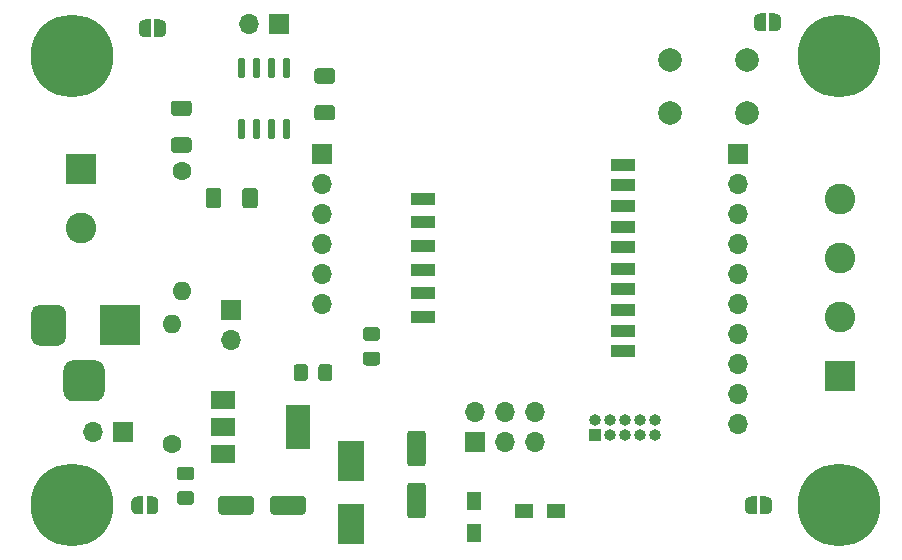
<source format=gts>
G04 #@! TF.GenerationSoftware,KiCad,Pcbnew,5.1.10-88a1d61d58~88~ubuntu20.10.1*
G04 #@! TF.CreationDate,2021-05-21T17:46:03+03:00*
G04 #@! TF.ProjectId,Devboard,44657662-6f61-4726-942e-6b696361645f,rev?*
G04 #@! TF.SameCoordinates,Original*
G04 #@! TF.FileFunction,Soldermask,Top*
G04 #@! TF.FilePolarity,Negative*
%FSLAX46Y46*%
G04 Gerber Fmt 4.6, Leading zero omitted, Abs format (unit mm)*
G04 Created by KiCad (PCBNEW 5.1.10-88a1d61d58~88~ubuntu20.10.1) date 2021-05-21 17:46:03*
%MOMM*%
%LPD*%
G01*
G04 APERTURE LIST*
%ADD10C,2.600000*%
%ADD11R,2.600000X2.600000*%
%ADD12C,0.100000*%
%ADD13O,1.700000X1.700000*%
%ADD14R,1.700000X1.700000*%
%ADD15O,1.600000X1.600000*%
%ADD16C,1.600000*%
%ADD17R,2.300000X3.500000*%
%ADD18R,3.500000X3.500000*%
%ADD19R,2.000000X1.500000*%
%ADD20R,2.000000X3.800000*%
%ADD21C,7.000000*%
%ADD22C,3.900000*%
%ADD23R,1.500000X1.300000*%
%ADD24R,1.300000X1.500000*%
%ADD25C,2.000000*%
%ADD26R,1.000000X1.000000*%
%ADD27O,1.000000X1.000000*%
%ADD28R,2.000000X1.000000*%
G04 APERTURE END LIST*
D10*
X188976000Y-106412000D03*
X188976000Y-111412000D03*
X188976000Y-116412000D03*
D11*
X188976000Y-121412000D03*
D12*
G36*
X182768000Y-131584602D02*
G01*
X182792534Y-131584602D01*
X182841365Y-131589412D01*
X182889490Y-131598984D01*
X182936445Y-131613228D01*
X182981778Y-131632005D01*
X183025051Y-131655136D01*
X183065850Y-131682396D01*
X183103779Y-131713524D01*
X183138476Y-131748221D01*
X183169604Y-131786150D01*
X183196864Y-131826949D01*
X183219995Y-131870222D01*
X183238772Y-131915555D01*
X183253016Y-131962510D01*
X183262588Y-132010635D01*
X183267398Y-132059466D01*
X183267398Y-132084000D01*
X183268000Y-132084000D01*
X183268000Y-132584000D01*
X183267398Y-132584000D01*
X183267398Y-132608534D01*
X183262588Y-132657365D01*
X183253016Y-132705490D01*
X183238772Y-132752445D01*
X183219995Y-132797778D01*
X183196864Y-132841051D01*
X183169604Y-132881850D01*
X183138476Y-132919779D01*
X183103779Y-132954476D01*
X183065850Y-132985604D01*
X183025051Y-133012864D01*
X182981778Y-133035995D01*
X182936445Y-133054772D01*
X182889490Y-133069016D01*
X182841365Y-133078588D01*
X182792534Y-133083398D01*
X182768000Y-133083398D01*
X182768000Y-133084000D01*
X182268000Y-133084000D01*
X182268000Y-131584000D01*
X182768000Y-131584000D01*
X182768000Y-131584602D01*
G37*
G36*
X181968000Y-133084000D02*
G01*
X181468000Y-133084000D01*
X181468000Y-133083398D01*
X181443466Y-133083398D01*
X181394635Y-133078588D01*
X181346510Y-133069016D01*
X181299555Y-133054772D01*
X181254222Y-133035995D01*
X181210949Y-133012864D01*
X181170150Y-132985604D01*
X181132221Y-132954476D01*
X181097524Y-132919779D01*
X181066396Y-132881850D01*
X181039136Y-132841051D01*
X181016005Y-132797778D01*
X180997228Y-132752445D01*
X180982984Y-132705490D01*
X180973412Y-132657365D01*
X180968602Y-132608534D01*
X180968602Y-132584000D01*
X180968000Y-132584000D01*
X180968000Y-132084000D01*
X180968602Y-132084000D01*
X180968602Y-132059466D01*
X180973412Y-132010635D01*
X180982984Y-131962510D01*
X180997228Y-131915555D01*
X181016005Y-131870222D01*
X181039136Y-131826949D01*
X181066396Y-131786150D01*
X181097524Y-131748221D01*
X181132221Y-131713524D01*
X181170150Y-131682396D01*
X181210949Y-131655136D01*
X181254222Y-131632005D01*
X181299555Y-131613228D01*
X181346510Y-131598984D01*
X181394635Y-131589412D01*
X181443466Y-131584602D01*
X181468000Y-131584602D01*
X181468000Y-131584000D01*
X181968000Y-131584000D01*
X181968000Y-133084000D01*
G37*
G36*
X129510000Y-133083398D02*
G01*
X129485466Y-133083398D01*
X129436635Y-133078588D01*
X129388510Y-133069016D01*
X129341555Y-133054772D01*
X129296222Y-133035995D01*
X129252949Y-133012864D01*
X129212150Y-132985604D01*
X129174221Y-132954476D01*
X129139524Y-132919779D01*
X129108396Y-132881850D01*
X129081136Y-132841051D01*
X129058005Y-132797778D01*
X129039228Y-132752445D01*
X129024984Y-132705490D01*
X129015412Y-132657365D01*
X129010602Y-132608534D01*
X129010602Y-132584000D01*
X129010000Y-132584000D01*
X129010000Y-132084000D01*
X129010602Y-132084000D01*
X129010602Y-132059466D01*
X129015412Y-132010635D01*
X129024984Y-131962510D01*
X129039228Y-131915555D01*
X129058005Y-131870222D01*
X129081136Y-131826949D01*
X129108396Y-131786150D01*
X129139524Y-131748221D01*
X129174221Y-131713524D01*
X129212150Y-131682396D01*
X129252949Y-131655136D01*
X129296222Y-131632005D01*
X129341555Y-131613228D01*
X129388510Y-131598984D01*
X129436635Y-131589412D01*
X129485466Y-131584602D01*
X129510000Y-131584602D01*
X129510000Y-131584000D01*
X130010000Y-131584000D01*
X130010000Y-133084000D01*
X129510000Y-133084000D01*
X129510000Y-133083398D01*
G37*
G36*
X130310000Y-131584000D02*
G01*
X130810000Y-131584000D01*
X130810000Y-131584602D01*
X130834534Y-131584602D01*
X130883365Y-131589412D01*
X130931490Y-131598984D01*
X130978445Y-131613228D01*
X131023778Y-131632005D01*
X131067051Y-131655136D01*
X131107850Y-131682396D01*
X131145779Y-131713524D01*
X131180476Y-131748221D01*
X131211604Y-131786150D01*
X131238864Y-131826949D01*
X131261995Y-131870222D01*
X131280772Y-131915555D01*
X131295016Y-131962510D01*
X131304588Y-132010635D01*
X131309398Y-132059466D01*
X131309398Y-132084000D01*
X131310000Y-132084000D01*
X131310000Y-132584000D01*
X131309398Y-132584000D01*
X131309398Y-132608534D01*
X131304588Y-132657365D01*
X131295016Y-132705490D01*
X131280772Y-132752445D01*
X131261995Y-132797778D01*
X131238864Y-132841051D01*
X131211604Y-132881850D01*
X131180476Y-132919779D01*
X131145779Y-132954476D01*
X131107850Y-132985604D01*
X131067051Y-133012864D01*
X131023778Y-133035995D01*
X130978445Y-133054772D01*
X130931490Y-133069016D01*
X130883365Y-133078588D01*
X130834534Y-133083398D01*
X130810000Y-133083398D01*
X130810000Y-133084000D01*
X130310000Y-133084000D01*
X130310000Y-131584000D01*
G37*
G36*
X183530000Y-90690602D02*
G01*
X183554534Y-90690602D01*
X183603365Y-90695412D01*
X183651490Y-90704984D01*
X183698445Y-90719228D01*
X183743778Y-90738005D01*
X183787051Y-90761136D01*
X183827850Y-90788396D01*
X183865779Y-90819524D01*
X183900476Y-90854221D01*
X183931604Y-90892150D01*
X183958864Y-90932949D01*
X183981995Y-90976222D01*
X184000772Y-91021555D01*
X184015016Y-91068510D01*
X184024588Y-91116635D01*
X184029398Y-91165466D01*
X184029398Y-91190000D01*
X184030000Y-91190000D01*
X184030000Y-91690000D01*
X184029398Y-91690000D01*
X184029398Y-91714534D01*
X184024588Y-91763365D01*
X184015016Y-91811490D01*
X184000772Y-91858445D01*
X183981995Y-91903778D01*
X183958864Y-91947051D01*
X183931604Y-91987850D01*
X183900476Y-92025779D01*
X183865779Y-92060476D01*
X183827850Y-92091604D01*
X183787051Y-92118864D01*
X183743778Y-92141995D01*
X183698445Y-92160772D01*
X183651490Y-92175016D01*
X183603365Y-92184588D01*
X183554534Y-92189398D01*
X183530000Y-92189398D01*
X183530000Y-92190000D01*
X183030000Y-92190000D01*
X183030000Y-90690000D01*
X183530000Y-90690000D01*
X183530000Y-90690602D01*
G37*
G36*
X182730000Y-92190000D02*
G01*
X182230000Y-92190000D01*
X182230000Y-92189398D01*
X182205466Y-92189398D01*
X182156635Y-92184588D01*
X182108510Y-92175016D01*
X182061555Y-92160772D01*
X182016222Y-92141995D01*
X181972949Y-92118864D01*
X181932150Y-92091604D01*
X181894221Y-92060476D01*
X181859524Y-92025779D01*
X181828396Y-91987850D01*
X181801136Y-91947051D01*
X181778005Y-91903778D01*
X181759228Y-91858445D01*
X181744984Y-91811490D01*
X181735412Y-91763365D01*
X181730602Y-91714534D01*
X181730602Y-91690000D01*
X181730000Y-91690000D01*
X181730000Y-91190000D01*
X181730602Y-91190000D01*
X181730602Y-91165466D01*
X181735412Y-91116635D01*
X181744984Y-91068510D01*
X181759228Y-91021555D01*
X181778005Y-90976222D01*
X181801136Y-90932949D01*
X181828396Y-90892150D01*
X181859524Y-90854221D01*
X181894221Y-90819524D01*
X181932150Y-90788396D01*
X181972949Y-90761136D01*
X182016222Y-90738005D01*
X182061555Y-90719228D01*
X182108510Y-90704984D01*
X182156635Y-90695412D01*
X182205466Y-90690602D01*
X182230000Y-90690602D01*
X182230000Y-90690000D01*
X182730000Y-90690000D01*
X182730000Y-92190000D01*
G37*
G36*
X130160000Y-92697398D02*
G01*
X130135466Y-92697398D01*
X130086635Y-92692588D01*
X130038510Y-92683016D01*
X129991555Y-92668772D01*
X129946222Y-92649995D01*
X129902949Y-92626864D01*
X129862150Y-92599604D01*
X129824221Y-92568476D01*
X129789524Y-92533779D01*
X129758396Y-92495850D01*
X129731136Y-92455051D01*
X129708005Y-92411778D01*
X129689228Y-92366445D01*
X129674984Y-92319490D01*
X129665412Y-92271365D01*
X129660602Y-92222534D01*
X129660602Y-92198000D01*
X129660000Y-92198000D01*
X129660000Y-91698000D01*
X129660602Y-91698000D01*
X129660602Y-91673466D01*
X129665412Y-91624635D01*
X129674984Y-91576510D01*
X129689228Y-91529555D01*
X129708005Y-91484222D01*
X129731136Y-91440949D01*
X129758396Y-91400150D01*
X129789524Y-91362221D01*
X129824221Y-91327524D01*
X129862150Y-91296396D01*
X129902949Y-91269136D01*
X129946222Y-91246005D01*
X129991555Y-91227228D01*
X130038510Y-91212984D01*
X130086635Y-91203412D01*
X130135466Y-91198602D01*
X130160000Y-91198602D01*
X130160000Y-91198000D01*
X130660000Y-91198000D01*
X130660000Y-92698000D01*
X130160000Y-92698000D01*
X130160000Y-92697398D01*
G37*
G36*
X130960000Y-91198000D02*
G01*
X131460000Y-91198000D01*
X131460000Y-91198602D01*
X131484534Y-91198602D01*
X131533365Y-91203412D01*
X131581490Y-91212984D01*
X131628445Y-91227228D01*
X131673778Y-91246005D01*
X131717051Y-91269136D01*
X131757850Y-91296396D01*
X131795779Y-91327524D01*
X131830476Y-91362221D01*
X131861604Y-91400150D01*
X131888864Y-91440949D01*
X131911995Y-91484222D01*
X131930772Y-91529555D01*
X131945016Y-91576510D01*
X131954588Y-91624635D01*
X131959398Y-91673466D01*
X131959398Y-91698000D01*
X131960000Y-91698000D01*
X131960000Y-92198000D01*
X131959398Y-92198000D01*
X131959398Y-92222534D01*
X131954588Y-92271365D01*
X131945016Y-92319490D01*
X131930772Y-92366445D01*
X131911995Y-92411778D01*
X131888864Y-92455051D01*
X131861604Y-92495850D01*
X131830476Y-92533779D01*
X131795779Y-92568476D01*
X131757850Y-92599604D01*
X131717051Y-92626864D01*
X131673778Y-92649995D01*
X131628445Y-92668772D01*
X131581490Y-92683016D01*
X131533365Y-92692588D01*
X131484534Y-92697398D01*
X131460000Y-92697398D01*
X131460000Y-92698000D01*
X130960000Y-92698000D01*
X130960000Y-91198000D01*
G37*
D13*
X138988800Y-91541600D03*
D14*
X141528800Y-91541600D03*
G36*
G01*
X132623400Y-101179200D02*
X133873400Y-101179200D01*
G75*
G02*
X134123400Y-101429200I0J-250000D01*
G01*
X134123400Y-102229200D01*
G75*
G02*
X133873400Y-102479200I-250000J0D01*
G01*
X132623400Y-102479200D01*
G75*
G02*
X132373400Y-102229200I0J250000D01*
G01*
X132373400Y-101429200D01*
G75*
G02*
X132623400Y-101179200I250000J0D01*
G01*
G37*
G36*
G01*
X132623400Y-98079200D02*
X133873400Y-98079200D01*
G75*
G02*
X134123400Y-98329200I0J-250000D01*
G01*
X134123400Y-99129200D01*
G75*
G02*
X133873400Y-99379200I-250000J0D01*
G01*
X132623400Y-99379200D01*
G75*
G02*
X132373400Y-99129200I0J250000D01*
G01*
X132373400Y-98329200D01*
G75*
G02*
X132623400Y-98079200I250000J0D01*
G01*
G37*
D13*
X125730000Y-126111000D03*
D14*
X128270000Y-126111000D03*
G36*
G01*
X138503800Y-96191600D02*
X138203800Y-96191600D01*
G75*
G02*
X138053800Y-96041600I0J150000D01*
G01*
X138053800Y-94591600D01*
G75*
G02*
X138203800Y-94441600I150000J0D01*
G01*
X138503800Y-94441600D01*
G75*
G02*
X138653800Y-94591600I0J-150000D01*
G01*
X138653800Y-96041600D01*
G75*
G02*
X138503800Y-96191600I-150000J0D01*
G01*
G37*
G36*
G01*
X139773800Y-96191600D02*
X139473800Y-96191600D01*
G75*
G02*
X139323800Y-96041600I0J150000D01*
G01*
X139323800Y-94591600D01*
G75*
G02*
X139473800Y-94441600I150000J0D01*
G01*
X139773800Y-94441600D01*
G75*
G02*
X139923800Y-94591600I0J-150000D01*
G01*
X139923800Y-96041600D01*
G75*
G02*
X139773800Y-96191600I-150000J0D01*
G01*
G37*
G36*
G01*
X141043800Y-96191600D02*
X140743800Y-96191600D01*
G75*
G02*
X140593800Y-96041600I0J150000D01*
G01*
X140593800Y-94591600D01*
G75*
G02*
X140743800Y-94441600I150000J0D01*
G01*
X141043800Y-94441600D01*
G75*
G02*
X141193800Y-94591600I0J-150000D01*
G01*
X141193800Y-96041600D01*
G75*
G02*
X141043800Y-96191600I-150000J0D01*
G01*
G37*
G36*
G01*
X142313800Y-96191600D02*
X142013800Y-96191600D01*
G75*
G02*
X141863800Y-96041600I0J150000D01*
G01*
X141863800Y-94591600D01*
G75*
G02*
X142013800Y-94441600I150000J0D01*
G01*
X142313800Y-94441600D01*
G75*
G02*
X142463800Y-94591600I0J-150000D01*
G01*
X142463800Y-96041600D01*
G75*
G02*
X142313800Y-96191600I-150000J0D01*
G01*
G37*
G36*
G01*
X142313800Y-101341600D02*
X142013800Y-101341600D01*
G75*
G02*
X141863800Y-101191600I0J150000D01*
G01*
X141863800Y-99741600D01*
G75*
G02*
X142013800Y-99591600I150000J0D01*
G01*
X142313800Y-99591600D01*
G75*
G02*
X142463800Y-99741600I0J-150000D01*
G01*
X142463800Y-101191600D01*
G75*
G02*
X142313800Y-101341600I-150000J0D01*
G01*
G37*
G36*
G01*
X141043800Y-101341600D02*
X140743800Y-101341600D01*
G75*
G02*
X140593800Y-101191600I0J150000D01*
G01*
X140593800Y-99741600D01*
G75*
G02*
X140743800Y-99591600I150000J0D01*
G01*
X141043800Y-99591600D01*
G75*
G02*
X141193800Y-99741600I0J-150000D01*
G01*
X141193800Y-101191600D01*
G75*
G02*
X141043800Y-101341600I-150000J0D01*
G01*
G37*
G36*
G01*
X139773800Y-101341600D02*
X139473800Y-101341600D01*
G75*
G02*
X139323800Y-101191600I0J150000D01*
G01*
X139323800Y-99741600D01*
G75*
G02*
X139473800Y-99591600I150000J0D01*
G01*
X139773800Y-99591600D01*
G75*
G02*
X139923800Y-99741600I0J-150000D01*
G01*
X139923800Y-101191600D01*
G75*
G02*
X139773800Y-101341600I-150000J0D01*
G01*
G37*
G36*
G01*
X138503800Y-101341600D02*
X138203800Y-101341600D01*
G75*
G02*
X138053800Y-101191600I0J150000D01*
G01*
X138053800Y-99741600D01*
G75*
G02*
X138203800Y-99591600I150000J0D01*
G01*
X138503800Y-99591600D01*
G75*
G02*
X138653800Y-99741600I0J-150000D01*
G01*
X138653800Y-101191600D01*
G75*
G02*
X138503800Y-101341600I-150000J0D01*
G01*
G37*
G36*
G01*
X146014600Y-96636000D02*
X144764600Y-96636000D01*
G75*
G02*
X144514600Y-96386000I0J250000D01*
G01*
X144514600Y-95586000D01*
G75*
G02*
X144764600Y-95336000I250000J0D01*
G01*
X146014600Y-95336000D01*
G75*
G02*
X146264600Y-95586000I0J-250000D01*
G01*
X146264600Y-96386000D01*
G75*
G02*
X146014600Y-96636000I-250000J0D01*
G01*
G37*
G36*
G01*
X146014600Y-99736000D02*
X144764600Y-99736000D01*
G75*
G02*
X144514600Y-99486000I0J250000D01*
G01*
X144514600Y-98686000D01*
G75*
G02*
X144764600Y-98436000I250000J0D01*
G01*
X146014600Y-98436000D01*
G75*
G02*
X146264600Y-98686000I0J-250000D01*
G01*
X146264600Y-99486000D01*
G75*
G02*
X146014600Y-99736000I-250000J0D01*
G01*
G37*
G36*
G01*
X138415600Y-106949400D02*
X138415600Y-105699400D01*
G75*
G02*
X138665600Y-105449400I250000J0D01*
G01*
X139465600Y-105449400D01*
G75*
G02*
X139715600Y-105699400I0J-250000D01*
G01*
X139715600Y-106949400D01*
G75*
G02*
X139465600Y-107199400I-250000J0D01*
G01*
X138665600Y-107199400D01*
G75*
G02*
X138415600Y-106949400I0J250000D01*
G01*
G37*
G36*
G01*
X135315600Y-106949400D02*
X135315600Y-105699400D01*
G75*
G02*
X135565600Y-105449400I250000J0D01*
G01*
X136365600Y-105449400D01*
G75*
G02*
X136615600Y-105699400I0J-250000D01*
G01*
X136615600Y-106949400D01*
G75*
G02*
X136365600Y-107199400I-250000J0D01*
G01*
X135565600Y-107199400D01*
G75*
G02*
X135315600Y-106949400I0J250000D01*
G01*
G37*
D15*
X133299200Y-114147600D03*
D16*
X133299200Y-103987600D03*
D17*
X147637500Y-133954500D03*
X147637500Y-128554500D03*
D15*
X132461000Y-116967000D03*
D16*
X132461000Y-127127000D03*
G36*
G01*
X140781000Y-132884000D02*
X140781000Y-131784000D01*
G75*
G02*
X141031000Y-131534000I250000J0D01*
G01*
X143531000Y-131534000D01*
G75*
G02*
X143781000Y-131784000I0J-250000D01*
G01*
X143781000Y-132884000D01*
G75*
G02*
X143531000Y-133134000I-250000J0D01*
G01*
X141031000Y-133134000D01*
G75*
G02*
X140781000Y-132884000I0J250000D01*
G01*
G37*
G36*
G01*
X136381000Y-132884000D02*
X136381000Y-131784000D01*
G75*
G02*
X136631000Y-131534000I250000J0D01*
G01*
X139131000Y-131534000D01*
G75*
G02*
X139381000Y-131784000I0J-250000D01*
G01*
X139381000Y-132884000D01*
G75*
G02*
X139131000Y-133134000I-250000J0D01*
G01*
X136631000Y-133134000D01*
G75*
G02*
X136381000Y-132884000I0J250000D01*
G01*
G37*
G36*
G01*
X123266000Y-122669000D02*
X123266000Y-120919000D01*
G75*
G02*
X124141000Y-120044000I875000J0D01*
G01*
X125891000Y-120044000D01*
G75*
G02*
X126766000Y-120919000I0J-875000D01*
G01*
X126766000Y-122669000D01*
G75*
G02*
X125891000Y-123544000I-875000J0D01*
G01*
X124141000Y-123544000D01*
G75*
G02*
X123266000Y-122669000I0J875000D01*
G01*
G37*
G36*
G01*
X120516000Y-118094000D02*
X120516000Y-116094000D01*
G75*
G02*
X121266000Y-115344000I750000J0D01*
G01*
X122766000Y-115344000D01*
G75*
G02*
X123516000Y-116094000I0J-750000D01*
G01*
X123516000Y-118094000D01*
G75*
G02*
X122766000Y-118844000I-750000J0D01*
G01*
X121266000Y-118844000D01*
G75*
G02*
X120516000Y-118094000I0J750000D01*
G01*
G37*
D18*
X128016000Y-117094000D03*
D10*
X124714000Y-108886000D03*
D11*
X124714000Y-103886000D03*
D19*
X136804000Y-123430000D03*
X136804000Y-128030000D03*
X136804000Y-125730000D03*
D20*
X143104000Y-125730000D03*
G36*
G01*
X144849000Y-121569500D02*
X144849000Y-120619500D01*
G75*
G02*
X145099000Y-120369500I250000J0D01*
G01*
X145774000Y-120369500D01*
G75*
G02*
X146024000Y-120619500I0J-250000D01*
G01*
X146024000Y-121569500D01*
G75*
G02*
X145774000Y-121819500I-250000J0D01*
G01*
X145099000Y-121819500D01*
G75*
G02*
X144849000Y-121569500I0J250000D01*
G01*
G37*
G36*
G01*
X142774000Y-121569500D02*
X142774000Y-120619500D01*
G75*
G02*
X143024000Y-120369500I250000J0D01*
G01*
X143699000Y-120369500D01*
G75*
G02*
X143949000Y-120619500I0J-250000D01*
G01*
X143949000Y-121569500D01*
G75*
G02*
X143699000Y-121819500I-250000J0D01*
G01*
X143024000Y-121819500D01*
G75*
G02*
X142774000Y-121569500I0J250000D01*
G01*
G37*
G36*
G01*
X133129000Y-131133000D02*
X134079000Y-131133000D01*
G75*
G02*
X134329000Y-131383000I0J-250000D01*
G01*
X134329000Y-132058000D01*
G75*
G02*
X134079000Y-132308000I-250000J0D01*
G01*
X133129000Y-132308000D01*
G75*
G02*
X132879000Y-132058000I0J250000D01*
G01*
X132879000Y-131383000D01*
G75*
G02*
X133129000Y-131133000I250000J0D01*
G01*
G37*
G36*
G01*
X133129000Y-129058000D02*
X134079000Y-129058000D01*
G75*
G02*
X134329000Y-129308000I0J-250000D01*
G01*
X134329000Y-129983000D01*
G75*
G02*
X134079000Y-130233000I-250000J0D01*
G01*
X133129000Y-130233000D01*
G75*
G02*
X132879000Y-129983000I0J250000D01*
G01*
X132879000Y-129308000D01*
G75*
G02*
X133129000Y-129058000I250000J0D01*
G01*
G37*
D21*
X188952000Y-132334000D03*
D22*
X188952000Y-132334000D03*
D21*
X123952000Y-132334000D03*
D22*
X123952000Y-132334000D03*
D21*
X188952000Y-94334000D03*
D22*
X188952000Y-94334000D03*
D21*
X123952000Y-94334000D03*
D22*
X123952000Y-94334000D03*
G36*
G01*
X148877000Y-119322000D02*
X149827000Y-119322000D01*
G75*
G02*
X150077000Y-119572000I0J-250000D01*
G01*
X150077000Y-120247000D01*
G75*
G02*
X149827000Y-120497000I-250000J0D01*
G01*
X148877000Y-120497000D01*
G75*
G02*
X148627000Y-120247000I0J250000D01*
G01*
X148627000Y-119572000D01*
G75*
G02*
X148877000Y-119322000I250000J0D01*
G01*
G37*
G36*
G01*
X148877000Y-117247000D02*
X149827000Y-117247000D01*
G75*
G02*
X150077000Y-117497000I0J-250000D01*
G01*
X150077000Y-118172000D01*
G75*
G02*
X149827000Y-118422000I-250000J0D01*
G01*
X148877000Y-118422000D01*
G75*
G02*
X148627000Y-118172000I0J250000D01*
G01*
X148627000Y-117497000D01*
G75*
G02*
X148877000Y-117247000I250000J0D01*
G01*
G37*
G36*
G01*
X152612000Y-130430500D02*
X153712000Y-130430500D01*
G75*
G02*
X153962000Y-130680500I0J-250000D01*
G01*
X153962000Y-133180500D01*
G75*
G02*
X153712000Y-133430500I-250000J0D01*
G01*
X152612000Y-133430500D01*
G75*
G02*
X152362000Y-133180500I0J250000D01*
G01*
X152362000Y-130680500D01*
G75*
G02*
X152612000Y-130430500I250000J0D01*
G01*
G37*
G36*
G01*
X152612000Y-126030500D02*
X153712000Y-126030500D01*
G75*
G02*
X153962000Y-126280500I0J-250000D01*
G01*
X153962000Y-128780500D01*
G75*
G02*
X153712000Y-129030500I-250000J0D01*
G01*
X152612000Y-129030500D01*
G75*
G02*
X152362000Y-128780500I0J250000D01*
G01*
X152362000Y-126280500D01*
G75*
G02*
X152612000Y-126030500I250000J0D01*
G01*
G37*
D23*
X164989500Y-132778500D03*
X162289500Y-132778500D03*
D14*
X137414000Y-115760500D03*
D13*
X137414000Y-118300500D03*
D14*
X145149500Y-102552500D03*
D13*
X145149500Y-105092500D03*
X145149500Y-107632500D03*
X145149500Y-110172500D03*
X145149500Y-112712500D03*
X145149500Y-115252500D03*
D14*
X180340000Y-102552500D03*
D13*
X180340000Y-105092500D03*
X180340000Y-107632500D03*
X180340000Y-110172500D03*
X180340000Y-112712500D03*
X180340000Y-115252500D03*
X180340000Y-117792500D03*
X180340000Y-120332500D03*
X180340000Y-122872500D03*
X180340000Y-125412500D03*
D24*
X157988000Y-134636500D03*
X157988000Y-131936500D03*
D25*
X174625000Y-99115000D03*
X174625000Y-94615000D03*
X181125000Y-99115000D03*
X181125000Y-94615000D03*
D26*
X168275000Y-126365000D03*
D27*
X168275000Y-125095000D03*
X169545000Y-126365000D03*
X169545000Y-125095000D03*
X170815000Y-126365000D03*
X170815000Y-125095000D03*
X172085000Y-126365000D03*
X172085000Y-125095000D03*
X173355000Y-126365000D03*
X173355000Y-125095000D03*
D14*
X158115000Y-127000000D03*
D13*
X158115000Y-124460000D03*
X160655000Y-127000000D03*
X160655000Y-124460000D03*
X163195000Y-127000000D03*
X163195000Y-124460000D03*
D28*
X153670000Y-106391000D03*
X153670000Y-108341000D03*
X153670000Y-110341000D03*
X153670000Y-112395000D03*
X153670000Y-114391000D03*
X153670000Y-116391000D03*
X170670000Y-119291000D03*
X170670000Y-117541000D03*
X170670000Y-115791000D03*
X170670000Y-114041000D03*
X170670000Y-112291000D03*
X170670000Y-110491000D03*
X170670000Y-108741000D03*
X170670000Y-106991000D03*
X170670000Y-105241000D03*
X170670000Y-103491000D03*
M02*

</source>
